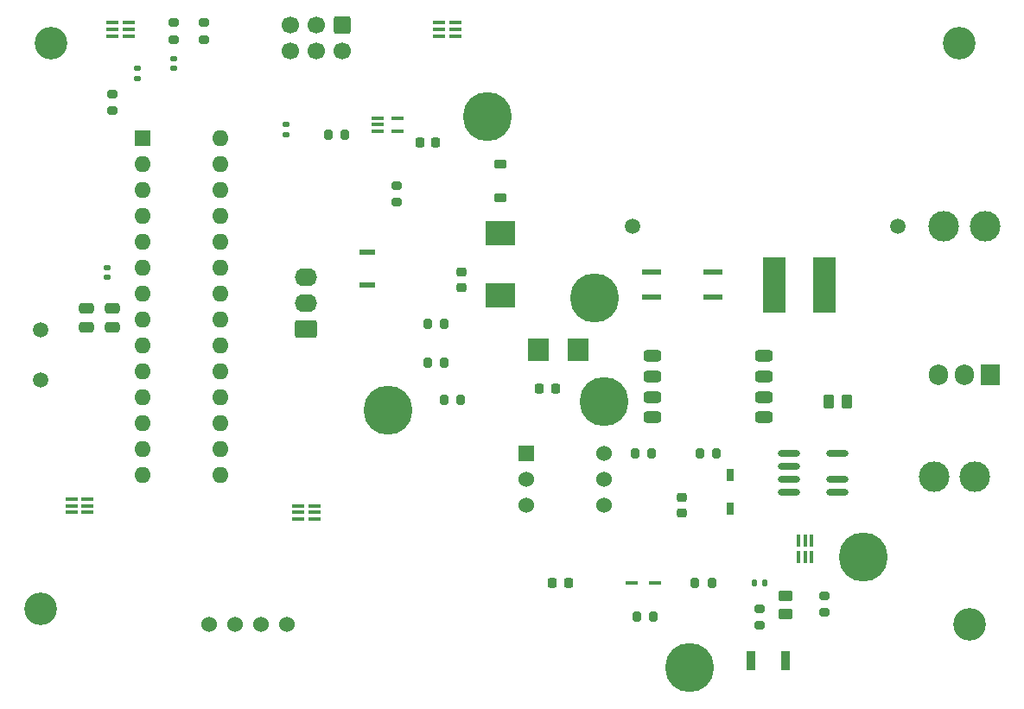
<source format=gts>
G04 #@! TF.GenerationSoftware,KiCad,Pcbnew,(7.0.0)*
G04 #@! TF.CreationDate,2023-03-08T04:37:20-06:00*
G04 #@! TF.ProjectId,445,3434352e-6b69-4636-9164-5f7063625858,rev?*
G04 #@! TF.SameCoordinates,Original*
G04 #@! TF.FileFunction,Soldermask,Top*
G04 #@! TF.FilePolarity,Negative*
%FSLAX46Y46*%
G04 Gerber Fmt 4.6, Leading zero omitted, Abs format (unit mm)*
G04 Created by KiCad (PCBNEW (7.0.0)) date 2023-03-08 04:37:20*
%MOMM*%
%LPD*%
G01*
G04 APERTURE LIST*
G04 Aperture macros list*
%AMRoundRect*
0 Rectangle with rounded corners*
0 $1 Rounding radius*
0 $2 $3 $4 $5 $6 $7 $8 $9 X,Y pos of 4 corners*
0 Add a 4 corners polygon primitive as box body*
4,1,4,$2,$3,$4,$5,$6,$7,$8,$9,$2,$3,0*
0 Add four circle primitives for the rounded corners*
1,1,$1+$1,$2,$3*
1,1,$1+$1,$4,$5*
1,1,$1+$1,$6,$7*
1,1,$1+$1,$8,$9*
0 Add four rect primitives between the rounded corners*
20,1,$1+$1,$2,$3,$4,$5,0*
20,1,$1+$1,$4,$5,$6,$7,0*
20,1,$1+$1,$6,$7,$8,$9,0*
20,1,$1+$1,$8,$9,$2,$3,0*%
G04 Aperture macros list end*
%ADD10R,2.895600X2.400300*%
%ADD11C,3.200000*%
%ADD12R,1.200000X0.400000*%
%ADD13C,1.500000*%
%ADD14R,1.850000X0.500000*%
%ADD15RoundRect,0.225000X0.225000X0.250000X-0.225000X0.250000X-0.225000X-0.250000X0.225000X-0.250000X0*%
%ADD16RoundRect,0.200000X-0.200000X-0.275000X0.200000X-0.275000X0.200000X0.275000X-0.200000X0.275000X0*%
%ADD17RoundRect,0.280000X-0.570000X-0.280000X0.570000X-0.280000X0.570000X0.280000X-0.570000X0.280000X0*%
%ADD18R,1.600000X1.600000*%
%ADD19O,1.600000X1.600000*%
%ADD20R,1.300000X0.400000*%
%ADD21C,1.530000*%
%ADD22RoundRect,0.225000X0.375000X-0.225000X0.375000X0.225000X-0.375000X0.225000X-0.375000X-0.225000X0*%
%ADD23O,2.200001X0.599999*%
%ADD24RoundRect,0.250000X-0.600000X0.600000X-0.600000X-0.600000X0.600000X-0.600000X0.600000X0.600000X0*%
%ADD25C,1.700000*%
%ADD26RoundRect,0.200000X0.275000X-0.200000X0.275000X0.200000X-0.275000X0.200000X-0.275000X-0.200000X0*%
%ADD27RoundRect,0.250000X0.475000X-0.250000X0.475000X0.250000X-0.475000X0.250000X-0.475000X-0.250000X0*%
%ADD28RoundRect,0.250000X0.262500X0.450000X-0.262500X0.450000X-0.262500X-0.450000X0.262500X-0.450000X0*%
%ADD29RoundRect,0.200000X-0.275000X0.200000X-0.275000X-0.200000X0.275000X-0.200000X0.275000X0.200000X0*%
%ADD30RoundRect,0.250000X-0.450000X0.262500X-0.450000X-0.262500X0.450000X-0.262500X0.450000X0.262500X0*%
%ADD31R,0.914400X1.905000*%
%ADD32C,4.800000*%
%ADD33RoundRect,0.225000X-0.250000X0.225000X-0.250000X-0.225000X0.250000X-0.225000X0.250000X0.225000X0*%
%ADD34R,1.168400X0.457200*%
%ADD35RoundRect,0.200000X0.200000X0.275000X-0.200000X0.275000X-0.200000X-0.275000X0.200000X-0.275000X0*%
%ADD36C,3.000000*%
%ADD37RoundRect,0.225000X0.250000X-0.225000X0.250000X0.225000X-0.250000X0.225000X-0.250000X-0.225000X0*%
%ADD38RoundRect,0.140000X0.170000X-0.140000X0.170000X0.140000X-0.170000X0.140000X-0.170000X-0.140000X0*%
%ADD39RoundRect,0.225000X-0.225000X-0.250000X0.225000X-0.250000X0.225000X0.250000X-0.225000X0.250000X0*%
%ADD40R,1.905000X2.000000*%
%ADD41O,1.905000X2.000000*%
%ADD42R,1.524000X1.524000*%
%ADD43C,1.524000*%
%ADD44R,2.260600X5.511800*%
%ADD45RoundRect,0.135000X-0.135000X-0.185000X0.135000X-0.185000X0.135000X0.185000X-0.135000X0.185000X0*%
%ADD46R,0.400000X1.300000*%
%ADD47RoundRect,0.250000X0.845000X-0.620000X0.845000X0.620000X-0.845000X0.620000X-0.845000X-0.620000X0*%
%ADD48O,2.190000X1.740000*%
%ADD49RoundRect,0.140000X-0.170000X0.140000X-0.170000X-0.140000X0.170000X-0.140000X0.170000X0.140000X0*%
%ADD50R,1.500000X0.550000*%
%ADD51R,2.057400X2.260600*%
%ADD52R,0.762000X1.219200*%
G04 APERTURE END LIST*
D10*
X179069999Y-60718699D03*
X179069999Y-54609999D03*
D11*
X135000000Y-36000000D03*
D12*
X167049999Y-43349999D03*
X167049999Y-43999999D03*
X167049999Y-44649999D03*
X168949999Y-44649999D03*
X168949999Y-43349999D03*
D13*
X134000000Y-69000000D03*
X134000000Y-64120000D03*
D14*
X199874999Y-60939999D03*
X199874999Y-58439999D03*
X193824999Y-58439999D03*
X193824999Y-60939999D03*
D15*
X185700000Y-88900000D03*
X184150000Y-88900000D03*
D16*
X173500000Y-71000000D03*
X175150000Y-71000000D03*
D13*
X218000000Y-54000000D03*
X192000000Y-54000000D03*
D17*
X204850000Y-66695000D03*
X204850000Y-68695000D03*
X204850000Y-70695000D03*
X204850000Y-72695000D03*
X193930000Y-72695000D03*
X193930000Y-70695000D03*
X193930000Y-68695000D03*
X193930000Y-66695000D03*
D11*
X224000000Y-36000000D03*
D18*
X143999999Y-45299999D03*
D19*
X143999999Y-47839999D03*
X143999999Y-50379999D03*
X143999999Y-52919999D03*
X143999999Y-55459999D03*
X143999999Y-57999999D03*
X143999999Y-60539999D03*
X143999999Y-63079999D03*
X143999999Y-65619999D03*
X143999999Y-68159999D03*
X143999999Y-70699999D03*
X143999999Y-73239999D03*
X143999999Y-75779999D03*
X143999999Y-78319999D03*
X151619999Y-78319999D03*
X151619999Y-75779999D03*
X151619999Y-73239999D03*
X151619999Y-70699999D03*
X151619999Y-68159999D03*
X151619999Y-65619999D03*
X151619999Y-63079999D03*
X151619999Y-60539999D03*
X151619999Y-57999999D03*
X151619999Y-55459999D03*
X151619999Y-52919999D03*
X151619999Y-50379999D03*
X151619999Y-47839999D03*
X151619999Y-45299999D03*
D20*
X174599999Y-35299999D03*
X174599999Y-34649999D03*
X174599999Y-33999999D03*
X172999999Y-33999999D03*
X172999999Y-34649999D03*
X172999999Y-35299999D03*
D21*
X150460000Y-93000000D03*
X153000000Y-93000000D03*
X155540000Y-93000000D03*
X158080000Y-93000000D03*
D22*
X179000000Y-51150000D03*
X179000000Y-47850000D03*
D23*
X207289999Y-76199999D03*
X207289999Y-77469999D03*
X207289999Y-78739999D03*
X207289999Y-80009999D03*
X212089999Y-80009999D03*
X212089999Y-78739999D03*
X212089999Y-76199999D03*
D24*
X163545000Y-34247500D03*
D25*
X163545000Y-36787500D03*
X161005000Y-34247500D03*
X161005000Y-36787500D03*
X158465000Y-34247500D03*
X158465000Y-36787500D03*
D26*
X141000000Y-42650000D03*
X141000000Y-41000000D03*
X210820000Y-90170000D03*
X210820000Y-91820000D03*
D27*
X141000000Y-63900000D03*
X141000000Y-62000000D03*
D28*
X213002500Y-71120000D03*
X211177500Y-71120000D03*
D29*
X147000000Y-34000000D03*
X147000000Y-35650000D03*
X204470000Y-91440000D03*
X204470000Y-93090000D03*
D30*
X207010000Y-91995000D03*
X207010000Y-90170000D03*
D31*
X207009999Y-96519999D03*
X203606399Y-96519999D03*
D32*
X177800000Y-43180000D03*
D33*
X196850000Y-80505000D03*
X196850000Y-82055000D03*
D34*
X194157599Y-88899999D03*
X191922399Y-88899999D03*
D32*
X197612000Y-97231200D03*
D20*
X140999999Y-33999999D03*
X140999999Y-34649999D03*
X140999999Y-35299999D03*
X142599999Y-35299999D03*
X142599999Y-34649999D03*
X142599999Y-33999999D03*
D35*
X194056000Y-92202000D03*
X192406000Y-92202000D03*
D11*
X225000000Y-93000000D03*
D35*
X173545000Y-63500000D03*
X171895000Y-63500000D03*
D16*
X192215000Y-76200000D03*
X193865000Y-76200000D03*
D26*
X150000000Y-35650000D03*
X150000000Y-34000000D03*
D36*
X221500000Y-78500000D03*
X225500000Y-78500000D03*
D32*
X188264800Y-60960000D03*
X168000000Y-72000000D03*
D35*
X199770000Y-88900000D03*
X198120000Y-88900000D03*
D37*
X175260000Y-59970000D03*
X175260000Y-58420000D03*
D38*
X140500000Y-58980000D03*
X140500000Y-58020000D03*
D39*
X171170000Y-45720000D03*
X172720000Y-45720000D03*
D16*
X162175000Y-45000000D03*
X163825000Y-45000000D03*
D38*
X143500000Y-39460000D03*
X143500000Y-38500000D03*
D40*
X226999999Y-68499999D03*
D41*
X224459999Y-68499999D03*
X221919999Y-68499999D03*
D20*
X160799999Y-82649999D03*
X160799999Y-81999999D03*
X160799999Y-81349999D03*
X159199999Y-81349999D03*
X159199999Y-81999999D03*
X159199999Y-82649999D03*
D16*
X171895000Y-67310000D03*
X173545000Y-67310000D03*
D42*
X181609999Y-76199999D03*
D43*
X181610000Y-78740000D03*
X181610000Y-81280000D03*
X189230000Y-81280000D03*
X189230000Y-78740000D03*
X189230000Y-76200000D03*
D44*
X210819999Y-59689999D03*
X205866999Y-59689999D03*
D45*
X204980000Y-88900000D03*
X203960000Y-88900000D03*
D46*
X209549999Y-86359999D03*
X208899999Y-86359999D03*
X208249999Y-86359999D03*
X208249999Y-84759999D03*
X208899999Y-84759999D03*
X209549999Y-84759999D03*
D11*
X134000000Y-91500000D03*
D38*
X158000000Y-44960000D03*
X158000000Y-44000000D03*
D26*
X168910000Y-51625000D03*
X168910000Y-49975000D03*
D27*
X138500000Y-63900000D03*
X138500000Y-62000000D03*
D32*
X214630000Y-86360000D03*
D47*
X160000000Y-64040000D03*
D48*
X159999999Y-61499999D03*
X159999999Y-58959999D03*
D49*
X147000000Y-37520000D03*
X147000000Y-38480000D03*
D32*
X189230000Y-71120000D03*
D16*
X198565000Y-76200000D03*
X200215000Y-76200000D03*
D50*
X165999999Y-59749999D03*
X165999999Y-56499999D03*
D36*
X222500000Y-54000000D03*
X226500000Y-54000000D03*
D51*
X182752999Y-66039999D03*
X186689999Y-66039999D03*
D39*
X182880000Y-69850000D03*
X184430000Y-69850000D03*
D20*
X138599999Y-81999999D03*
X138599999Y-81349999D03*
X138599999Y-80699999D03*
X136999999Y-80699999D03*
X136999999Y-81349999D03*
X136999999Y-81999999D03*
D52*
X201523599Y-78333599D03*
X201523599Y-81686399D03*
M02*

</source>
